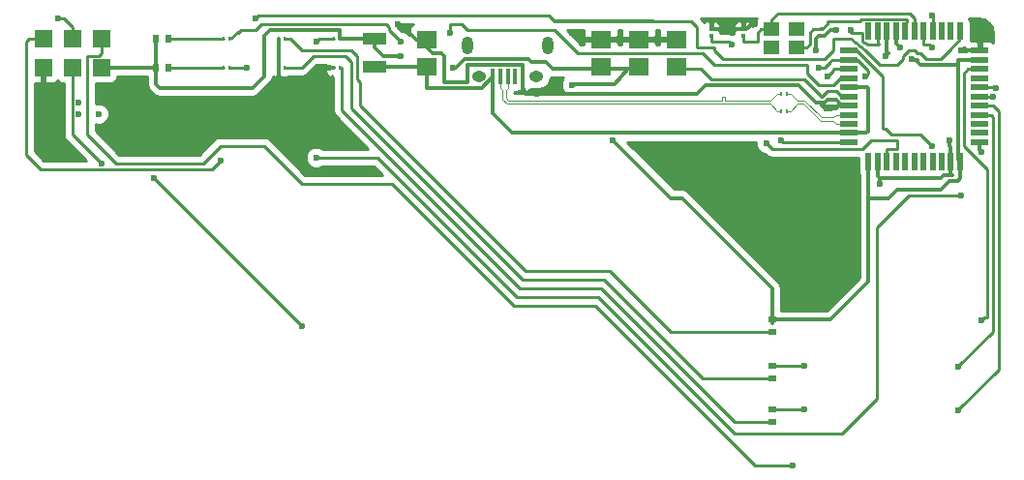
<source format=gbr>
G04 #@! TF.FileFunction,Copper,L2,Bot,Signal*
%FSLAX46Y46*%
G04 Gerber Fmt 4.6, Leading zero omitted, Abs format (unit mm)*
G04 Created by KiCad (PCBNEW 4.0.4-stable) date Friday, 03 February 2017 'AMt' 10:18:23*
%MOMM*%
%LPD*%
G01*
G04 APERTURE LIST*
%ADD10C,0.100000*%
%ADD11R,1.500000X0.550000*%
%ADD12R,0.550000X1.500000*%
%ADD13R,0.400000X1.350000*%
%ADD14O,1.250000X0.950000*%
%ADD15O,1.000000X1.550000*%
%ADD16R,0.700000X0.600000*%
%ADD17R,2.029460X1.140460*%
%ADD18R,1.400000X1.200000*%
%ADD19R,1.800000X1.550000*%
%ADD20R,0.350000X0.300000*%
%ADD21R,0.600000X0.700000*%
%ADD22R,0.280000X0.430000*%
%ADD23C,0.600000*%
%ADD24C,0.300000*%
%ADD25C,0.250000*%
%ADD26C,0.125000*%
%ADD27C,0.254000*%
G04 APERTURE END LIST*
D10*
D11*
X191912000Y-82740000D03*
X191912000Y-81940000D03*
X191912000Y-81140000D03*
X191912000Y-80340000D03*
X191912000Y-79540000D03*
X191912000Y-78740000D03*
X191912000Y-77940000D03*
X191912000Y-77140000D03*
X191912000Y-76340000D03*
X191912000Y-75540000D03*
X191912000Y-74740000D03*
D12*
X193612000Y-73040000D03*
X194412000Y-73040000D03*
X195212000Y-73040000D03*
X196012000Y-73040000D03*
X196812000Y-73040000D03*
X197612000Y-73040000D03*
X198412000Y-73040000D03*
X199212000Y-73040000D03*
X200012000Y-73040000D03*
X200812000Y-73040000D03*
X201612000Y-73040000D03*
D11*
X203312000Y-74740000D03*
X203312000Y-75540000D03*
X203312000Y-76340000D03*
X203312000Y-77140000D03*
X203312000Y-77940000D03*
X203312000Y-78740000D03*
X203312000Y-79540000D03*
X203312000Y-80340000D03*
X203312000Y-81140000D03*
X203312000Y-81940000D03*
X203312000Y-82740000D03*
D12*
X201612000Y-84440000D03*
X200812000Y-84440000D03*
X200012000Y-84440000D03*
X199212000Y-84440000D03*
X198412000Y-84440000D03*
X197612000Y-84440000D03*
X196812000Y-84440000D03*
X196012000Y-84440000D03*
X195212000Y-84440000D03*
X194412000Y-84440000D03*
X193612000Y-84440000D03*
D13*
X160751100Y-77000540D03*
X161401100Y-77000540D03*
X162051100Y-77000540D03*
X162701100Y-77000540D03*
X163351100Y-77000540D03*
D14*
X159551100Y-77000540D03*
X164551100Y-77000540D03*
D15*
X158551100Y-74300540D03*
X165551100Y-74300540D03*
D10*
G36*
X127254000Y-72898000D02*
X127254000Y-74422000D01*
X125730000Y-74422000D01*
X125730000Y-72898000D01*
X127254000Y-72898000D01*
X127254000Y-72898000D01*
G37*
G36*
X124714000Y-72898000D02*
X124714000Y-74422000D01*
X123190000Y-74422000D01*
X123190000Y-72898000D01*
X124714000Y-72898000D01*
X124714000Y-72898000D01*
G37*
G36*
X122174000Y-72898000D02*
X122174000Y-74422000D01*
X120650000Y-74422000D01*
X120650000Y-72898000D01*
X122174000Y-72898000D01*
X122174000Y-72898000D01*
G37*
G36*
X122174000Y-75438000D02*
X122174000Y-76962000D01*
X120650000Y-76962000D01*
X120650000Y-75438000D01*
X122174000Y-75438000D01*
X122174000Y-75438000D01*
G37*
G36*
X124714000Y-75438000D02*
X124714000Y-76962000D01*
X123190000Y-76962000D01*
X123190000Y-75438000D01*
X124714000Y-75438000D01*
X124714000Y-75438000D01*
G37*
G36*
X127254000Y-75438000D02*
X127254000Y-76962000D01*
X125730000Y-76962000D01*
X125730000Y-75438000D01*
X127254000Y-75438000D01*
X127254000Y-75438000D01*
G37*
D16*
X185166000Y-98256000D03*
X185166000Y-99356000D03*
X185166000Y-102320000D03*
X185166000Y-103420000D03*
X185166000Y-106130000D03*
X185166000Y-107230000D03*
D17*
X150368000Y-76133960D03*
X150368000Y-73726040D03*
D18*
X185082000Y-72860000D03*
X187282000Y-72860000D03*
X185082000Y-74460000D03*
X187282000Y-74460000D03*
D19*
X154940000Y-76105000D03*
X154940000Y-73755000D03*
X176784000Y-76105000D03*
X176784000Y-73755000D03*
D20*
X182626000Y-73427000D03*
X182626000Y-72877000D03*
X179832000Y-73427000D03*
X179832000Y-72877000D03*
X189484000Y-72877000D03*
X189484000Y-73427000D03*
D19*
X173482000Y-76105000D03*
X173482000Y-73755000D03*
X170180000Y-76105000D03*
X170180000Y-73755000D03*
D21*
X131276000Y-76200000D03*
X132376000Y-76200000D03*
X131276000Y-73660000D03*
X132376000Y-73660000D03*
D22*
X186437000Y-78486000D03*
X185927000Y-78486000D03*
X186437000Y-80010000D03*
X185927000Y-80010000D03*
X146811000Y-73660000D03*
X147321000Y-73660000D03*
X142495000Y-73660000D03*
X141985000Y-73660000D03*
X137669000Y-73660000D03*
X137159000Y-73660000D03*
X137159000Y-76200000D03*
X137669000Y-76200000D03*
X147321000Y-76200000D03*
X146811000Y-76200000D03*
X142495000Y-76200000D03*
X141985000Y-76200000D03*
D23*
X124460000Y-80264000D03*
X126238000Y-80264000D03*
X124460000Y-79248000D03*
X190246000Y-79756000D03*
X194564000Y-86360000D03*
X200660000Y-82550000D03*
X201676000Y-74676000D03*
X196342000Y-74422000D03*
X183642000Y-72390000D03*
X164592000Y-78486000D03*
X152400000Y-72390000D03*
X141732000Y-77978000D03*
X123952000Y-83820000D03*
X146304000Y-78740000D03*
X188976000Y-74676000D03*
X190754000Y-72898000D03*
X203454000Y-83566000D03*
X167640000Y-73152000D03*
X181610000Y-74168000D03*
X184658000Y-82804000D03*
X195072000Y-75184000D03*
X157226000Y-76200000D03*
X197358000Y-75438000D03*
X152654000Y-75184000D03*
X167640000Y-77724000D03*
X171196000Y-82550000D03*
X156972000Y-73152000D03*
X152654000Y-73914000D03*
X139192000Y-76200000D03*
X139954000Y-71882000D03*
X185928000Y-82550000D03*
X199136000Y-74422000D03*
X199136000Y-71628000D03*
X203454000Y-98298000D03*
X204724000Y-77978000D03*
X204470000Y-78740000D03*
X187960000Y-106130000D03*
X201422000Y-106172000D03*
X187960000Y-102320000D03*
X201422000Y-102362000D03*
X189992000Y-76962000D03*
X122682000Y-71882000D03*
X131064000Y-85852000D03*
X144018000Y-98806000D03*
X199136000Y-83058000D03*
X186944000Y-110998000D03*
X193294000Y-76962000D03*
X189230000Y-76200000D03*
X126492000Y-84582000D03*
X192024000Y-72898000D03*
X145288000Y-84074000D03*
X201676000Y-87376000D03*
X136906000Y-84328000D03*
X145288000Y-73914000D03*
D24*
X156210000Y-77978000D02*
X154940000Y-77978000D01*
X154940000Y-77978000D02*
X154940000Y-76105000D01*
X156210000Y-77978000D02*
X158496000Y-77978000D01*
X159773640Y-77978000D02*
X160751100Y-77000540D01*
X158496000Y-77978000D02*
X159773640Y-77978000D01*
X154940000Y-76105000D02*
X150396960Y-76105000D01*
X150396960Y-76105000D02*
X150368000Y-76133960D01*
X160751100Y-77000540D02*
X160743460Y-77000540D01*
X191912000Y-81940000D02*
X162458000Y-81940000D01*
X162458000Y-81940000D02*
X160751100Y-80233100D01*
X160751100Y-80233100D02*
X160751100Y-77000540D01*
X191912000Y-77940000D02*
X193510000Y-77940000D01*
X193396000Y-81940000D02*
X191912000Y-81940000D01*
X193548000Y-81788000D02*
X193396000Y-81940000D01*
X193548000Y-77978000D02*
X193548000Y-81788000D01*
X193510000Y-77940000D02*
X193548000Y-77978000D01*
X150561040Y-76327000D02*
X150368000Y-76133960D01*
X190754000Y-79756000D02*
X190246000Y-79756000D01*
X189738000Y-79248000D02*
X189992000Y-78994000D01*
X190754000Y-78994000D02*
X191300000Y-79540000D01*
X189992000Y-78994000D02*
X190754000Y-78994000D01*
X191300000Y-79540000D02*
X191912000Y-79540000D01*
X189484000Y-79248000D02*
X188976000Y-79248000D01*
X188976000Y-79248000D02*
X187452000Y-77724000D01*
X194564000Y-85852000D02*
X199898000Y-85852000D01*
X200812000Y-85496000D02*
X200812000Y-84440000D01*
X200914000Y-85598000D02*
X200812000Y-85496000D01*
X200152000Y-85598000D02*
X200914000Y-85598000D01*
X199898000Y-85852000D02*
X200152000Y-85598000D01*
X194564000Y-86360000D02*
X194564000Y-85852000D01*
X190970000Y-79540000D02*
X190754000Y-79756000D01*
X191912000Y-79540000D02*
X190970000Y-79540000D01*
X194412000Y-85700000D02*
X194412000Y-84440000D01*
X194564000Y-85852000D02*
X194412000Y-85700000D01*
X156718000Y-77470000D02*
X156464000Y-77470000D01*
X156464000Y-77470000D02*
X156464000Y-75184000D01*
X158496000Y-77470000D02*
X158496000Y-75946000D01*
X156718000Y-77470000D02*
X158496000Y-77470000D01*
X200660000Y-83058000D02*
X200660000Y-82550000D01*
X200812000Y-83210000D02*
X200812000Y-84440000D01*
X200660000Y-83058000D02*
X200812000Y-83210000D01*
X201740000Y-74740000D02*
X202374000Y-74740000D01*
X201676000Y-74676000D02*
X201740000Y-74740000D01*
X196012000Y-74092000D02*
X196012000Y-73990000D01*
X196342000Y-74422000D02*
X196012000Y-74092000D01*
X182880000Y-72856000D02*
X182922000Y-72856000D01*
X183388000Y-72390000D02*
X183642000Y-72390000D01*
X182922000Y-72856000D02*
X183388000Y-72390000D01*
X164592000Y-78486000D02*
X163576000Y-78486000D01*
X163576000Y-78486000D02*
X163351100Y-78261100D01*
X163351100Y-78261100D02*
X163351100Y-77000540D01*
X165100000Y-78486000D02*
X164592000Y-78486000D01*
X152908000Y-72898000D02*
X153162000Y-72898000D01*
X152400000Y-72390000D02*
X152908000Y-72898000D01*
X180594000Y-72877000D02*
X179832000Y-72877000D01*
X180340000Y-72877000D02*
X180594000Y-72877000D01*
X180594000Y-72877000D02*
X182626000Y-72877000D01*
X189738000Y-73406000D02*
X189505000Y-73406000D01*
X189505000Y-73406000D02*
X189484000Y-73427000D01*
X141985000Y-76200000D02*
X141985000Y-73660000D01*
X141985000Y-76200000D02*
X141985000Y-77723000D01*
X141732000Y-77976000D02*
X141732000Y-77978000D01*
X141985000Y-77723000D02*
X141732000Y-77976000D01*
X121412000Y-76200000D02*
X121412000Y-81280000D01*
X121412000Y-81280000D02*
X123952000Y-83820000D01*
X146811000Y-76200000D02*
X146304000Y-76200000D01*
X146304000Y-76200000D02*
X146050000Y-76454000D01*
X146050000Y-76454000D02*
X146050000Y-78486000D01*
X146050000Y-78486000D02*
X146304000Y-78740000D01*
X154019000Y-73755000D02*
X154940000Y-73755000D01*
X153162000Y-72898000D02*
X154019000Y-73755000D01*
X154940000Y-73755000D02*
X154940000Y-74422000D01*
X154940000Y-74422000D02*
X155448000Y-74930000D01*
X156210000Y-74930000D02*
X156464000Y-75184000D01*
X155448000Y-74930000D02*
X156210000Y-74930000D01*
X158496000Y-75946000D02*
X163322000Y-75946000D01*
X163322000Y-75946000D02*
X163351100Y-75975100D01*
X163351100Y-75975100D02*
X163351100Y-77000540D01*
X190754000Y-72898000D02*
X190246000Y-72898000D01*
X189738000Y-73406000D02*
X189251000Y-73406000D01*
X190246000Y-72898000D02*
X189738000Y-73406000D01*
X189251000Y-73406000D02*
X189230000Y-73427000D01*
X188976000Y-74676000D02*
X188976000Y-73681000D01*
X188976000Y-73681000D02*
X189230000Y-73427000D01*
X182647000Y-72856000D02*
X182880000Y-72856000D01*
X196012000Y-73990000D02*
X196012000Y-73040000D01*
X182647000Y-72856000D02*
X182626000Y-72877000D01*
X163576000Y-78486000D02*
X163322000Y-78232000D01*
X178562000Y-78486000D02*
X165100000Y-78486000D01*
X165100000Y-78486000D02*
X163576000Y-78486000D01*
X179324000Y-77724000D02*
X178562000Y-78486000D01*
X187452000Y-77724000D02*
X179324000Y-77724000D01*
X189738000Y-79248000D02*
X189484000Y-79248000D01*
X203312000Y-74740000D02*
X202374000Y-74740000D01*
X203312000Y-83424000D02*
X203312000Y-82740000D01*
X203454000Y-83566000D02*
X203312000Y-83424000D01*
X168402000Y-73152000D02*
X167640000Y-73152000D01*
X163351100Y-78202900D02*
X163351100Y-77000540D01*
X163322000Y-78232000D02*
X163351100Y-78202900D01*
D25*
X192532000Y-83312000D02*
X193040000Y-83312000D01*
X193040000Y-83312000D02*
X193802000Y-82550000D01*
X193802000Y-82550000D02*
X194818000Y-82550000D01*
X179832000Y-73427000D02*
X179832000Y-73914000D01*
X179832000Y-73914000D02*
X180594000Y-73914000D01*
X180594000Y-73914000D02*
X180594000Y-73956000D01*
X181398000Y-73956000D02*
X181610000Y-74168000D01*
X184658000Y-82804000D02*
X185166000Y-83312000D01*
X185166000Y-83312000D02*
X192532000Y-83312000D01*
X180594000Y-73956000D02*
X181398000Y-73956000D01*
X195212000Y-83312000D02*
X195212000Y-84440000D01*
X196088000Y-83312000D02*
X195212000Y-83312000D01*
X196088000Y-82550000D02*
X196088000Y-83312000D01*
X193802000Y-82550000D02*
X194818000Y-82550000D01*
X194818000Y-82550000D02*
X196088000Y-82550000D01*
D24*
X201422000Y-75540000D02*
X203312000Y-75540000D01*
X201422000Y-75692000D02*
X201422000Y-75540000D01*
X201422000Y-75946000D02*
X201422000Y-75692000D01*
X197866000Y-75540000D02*
X197866000Y-75692000D01*
X198120000Y-75946000D02*
X201422000Y-75946000D01*
X197866000Y-75692000D02*
X198120000Y-75946000D01*
X195326000Y-74930000D02*
X195072000Y-75184000D01*
X193612000Y-87630000D02*
X195326000Y-87630000D01*
X195326000Y-87630000D02*
X196088000Y-86868000D01*
X196088000Y-86868000D02*
X199898000Y-86868000D01*
X201612000Y-85916000D02*
X201612000Y-84440000D01*
X201422000Y-86106000D02*
X201612000Y-85916000D01*
X200914000Y-86106000D02*
X201422000Y-86106000D01*
X199898000Y-86868000D02*
X200660000Y-86106000D01*
X200660000Y-86106000D02*
X200914000Y-86106000D01*
X157226000Y-76200000D02*
X157480000Y-76200000D01*
X157480000Y-76200000D02*
X158242000Y-75438000D01*
X195326000Y-74930000D02*
X195212000Y-74930000D01*
X197866000Y-75540000D02*
X197460000Y-75540000D01*
X197460000Y-75540000D02*
X197358000Y-75438000D01*
X151638000Y-75184000D02*
X152654000Y-75184000D01*
X150368000Y-74422000D02*
X151130000Y-75184000D01*
X151130000Y-75184000D02*
X151638000Y-75184000D01*
X150368000Y-73726040D02*
X150368000Y-74422000D01*
X171427228Y-77704731D02*
X167659269Y-77704731D01*
X167659269Y-77704731D02*
X167640000Y-77724000D01*
X147321000Y-73660000D02*
X147828000Y-73660000D01*
X147320000Y-72898000D02*
X147320000Y-73659000D01*
X147320000Y-73659000D02*
X147321000Y-73660000D01*
X165989000Y-76327000D02*
X165354000Y-75692000D01*
X169418000Y-76327000D02*
X165989000Y-76327000D01*
X164084000Y-75692000D02*
X163830000Y-75438000D01*
X163830000Y-75438000D02*
X158242000Y-75438000D01*
X165354000Y-75692000D02*
X164084000Y-75692000D01*
X171427228Y-77704731D02*
X172593000Y-76327000D01*
X172593000Y-76327000D02*
X173482000Y-76327000D01*
X169418000Y-76327000D02*
X173482000Y-76327000D01*
X171196000Y-82550000D02*
X176276000Y-87630000D01*
X176276000Y-87630000D02*
X177292000Y-87630000D01*
X177292000Y-87630000D02*
X185166000Y-95504000D01*
X185166000Y-98552000D02*
X185166000Y-98256000D01*
X185166000Y-95504000D02*
X185166000Y-98552000D01*
X195212000Y-73040000D02*
X195212000Y-74930000D01*
X201422000Y-75946000D02*
X201422000Y-84250000D01*
X201422000Y-84250000D02*
X201612000Y-84440000D01*
X131276000Y-76200000D02*
X131276000Y-77682000D01*
X141224000Y-72898000D02*
X147320000Y-72898000D01*
X140716000Y-73406000D02*
X141224000Y-72898000D01*
X140716000Y-76962000D02*
X140716000Y-73406000D01*
X139700000Y-77978000D02*
X140716000Y-76962000D01*
X131572000Y-77978000D02*
X139700000Y-77978000D01*
X131276000Y-77682000D02*
X131572000Y-77978000D01*
X185166000Y-98256000D02*
X190288000Y-98256000D01*
X193612000Y-94932000D02*
X193612000Y-87630000D01*
X193612000Y-87630000D02*
X193612000Y-86868000D01*
X193612000Y-86868000D02*
X193612000Y-86106000D01*
X193612000Y-86106000D02*
X193612000Y-84440000D01*
X190288000Y-98256000D02*
X193612000Y-94932000D01*
X147828000Y-73660000D02*
X150301960Y-73660000D01*
X150301960Y-73660000D02*
X150368000Y-73726040D01*
X131276000Y-76200000D02*
X131276000Y-73660000D01*
X126492000Y-76200000D02*
X131276000Y-76200000D01*
D25*
X142748000Y-76200000D02*
X142495000Y-76200000D01*
X142690000Y-76200000D02*
X142748000Y-76200000D01*
X142748000Y-76200000D02*
X144018000Y-76200000D01*
X179112000Y-103420000D02*
X185166000Y-103420000D01*
X170434000Y-94742000D02*
X179112000Y-103420000D01*
X163322000Y-94742000D02*
X170434000Y-94742000D01*
X148336000Y-79756000D02*
X163322000Y-94742000D01*
X148336000Y-75692000D02*
X148336000Y-79756000D01*
X147828000Y-75184000D02*
X148336000Y-75692000D01*
X145034000Y-75184000D02*
X147828000Y-75184000D01*
X144018000Y-76200000D02*
X145034000Y-75184000D01*
X147321000Y-76200000D02*
X147516000Y-76200000D01*
X181906000Y-107230000D02*
X170180000Y-95504000D01*
X170180000Y-95504000D02*
X163068000Y-95504000D01*
X163068000Y-95504000D02*
X147516000Y-79952000D01*
X147516000Y-79952000D02*
X147516000Y-76200000D01*
X181906000Y-107230000D02*
X185166000Y-107230000D01*
D26*
X186437000Y-78486000D02*
X186759500Y-78486000D01*
X186759500Y-78486000D02*
X187369000Y-79095500D01*
X187369000Y-79095500D02*
X188023166Y-79095500D01*
X190787000Y-80340000D02*
X191912000Y-80340000D01*
X188023166Y-79095500D02*
X189515166Y-80587500D01*
X189515166Y-80587500D02*
X190539500Y-80587500D01*
X190539500Y-80587500D02*
X190787000Y-80340000D01*
X186437000Y-80010000D02*
X186759500Y-80010000D01*
X186759500Y-80010000D02*
X187369000Y-79400500D01*
X190787000Y-81140000D02*
X191912000Y-81140000D01*
X187369000Y-79400500D02*
X187896834Y-79400500D01*
X190539500Y-80892500D02*
X190787000Y-81140000D01*
X187896834Y-79400500D02*
X189388834Y-80892500D01*
X189388834Y-80892500D02*
X190539500Y-80892500D01*
D25*
X188214000Y-75946000D02*
X188214000Y-76708000D01*
X190500000Y-77724000D02*
X191084000Y-77140000D01*
X189230000Y-77724000D02*
X190500000Y-77724000D01*
X188214000Y-76708000D02*
X189230000Y-77724000D01*
X156972000Y-72390000D02*
X156972000Y-73152000D01*
X140462000Y-72390000D02*
X139954000Y-72898000D01*
X138430000Y-73152000D02*
X138430000Y-73094000D01*
X138684000Y-72898000D02*
X138430000Y-73152000D01*
X139954000Y-72898000D02*
X138684000Y-72898000D01*
X152146000Y-73406000D02*
X152654000Y-73914000D01*
X137893000Y-73631000D02*
X137698000Y-73631000D01*
X137698000Y-73631000D02*
X137669000Y-73660000D01*
X175006000Y-74930000D02*
X168148000Y-74930000D01*
X168148000Y-74930000D02*
X166116000Y-72898000D01*
X166116000Y-72898000D02*
X158496000Y-72898000D01*
X179070000Y-74930000D02*
X175006000Y-74930000D01*
X179324000Y-75184000D02*
X179070000Y-74930000D01*
X158496000Y-72898000D02*
X157988000Y-72390000D01*
X157988000Y-72390000D02*
X156972000Y-72390000D01*
X152146000Y-73406000D02*
X151638000Y-72898000D01*
X151638000Y-72898000D02*
X151638000Y-72644000D01*
X151638000Y-72644000D02*
X151384000Y-72390000D01*
X151384000Y-72390000D02*
X140462000Y-72390000D01*
X138430000Y-73094000D02*
X137893000Y-73631000D01*
X137893000Y-73631000D02*
X137864000Y-73660000D01*
X191912000Y-77140000D02*
X191084000Y-77140000D01*
X180086000Y-75946000D02*
X179324000Y-75184000D01*
X188214000Y-75946000D02*
X180086000Y-75946000D01*
X197866000Y-74930000D02*
X198120000Y-74930000D01*
X199898000Y-75438000D02*
X200406000Y-74930000D01*
X198628000Y-75438000D02*
X199898000Y-75438000D01*
X198120000Y-74930000D02*
X198628000Y-75438000D01*
X197358000Y-74676000D02*
X197612000Y-74676000D01*
X200406000Y-74930000D02*
X200660000Y-74676000D01*
X201612000Y-73724000D02*
X200660000Y-74676000D01*
X197612000Y-74676000D02*
X197866000Y-74930000D01*
X189738000Y-75438000D02*
X180848000Y-75438000D01*
X190500000Y-74676000D02*
X189738000Y-75438000D01*
X138684000Y-76200000D02*
X139192000Y-76200000D01*
X196088000Y-75946000D02*
X196342000Y-75692000D01*
X178562000Y-72644000D02*
X178054000Y-72136000D01*
X178054000Y-72136000D02*
X174752000Y-72136000D01*
X165608000Y-71628000D02*
X140208000Y-71628000D01*
X140208000Y-71628000D02*
X139954000Y-71882000D01*
X166116000Y-72136000D02*
X165608000Y-71628000D01*
D24*
X174752000Y-72136000D02*
X166116000Y-72136000D01*
D25*
X180848000Y-75438000D02*
X180086000Y-74676000D01*
X190500000Y-73660000D02*
X192024000Y-73660000D01*
X190500000Y-74676000D02*
X190500000Y-73660000D01*
X192024000Y-73660000D02*
X193294000Y-74676000D01*
X194564000Y-75946000D02*
X196088000Y-75946000D01*
X193294000Y-74676000D02*
X194564000Y-75946000D01*
X197358000Y-74676000D02*
X197104000Y-74676000D01*
X180086000Y-74422000D02*
X180086000Y-74676000D01*
X178562000Y-74422000D02*
X180086000Y-74422000D01*
X178562000Y-72644000D02*
X178562000Y-74422000D01*
X196342000Y-75692000D02*
X196596000Y-75438000D01*
X196596000Y-75438000D02*
X196596000Y-75184000D01*
X196596000Y-75184000D02*
X197104000Y-74676000D01*
X137922000Y-76200000D02*
X137669000Y-76200000D01*
X138684000Y-76200000D02*
X137922000Y-76200000D01*
X137922000Y-76200000D02*
X137864000Y-76200000D01*
X201612000Y-73040000D02*
X201612000Y-73724000D01*
X189484000Y-78740000D02*
X189738000Y-78486000D01*
X190754000Y-78232000D02*
X191262000Y-78740000D01*
X189992000Y-78232000D02*
X190754000Y-78232000D01*
X189738000Y-78486000D02*
X189992000Y-78232000D01*
X191262000Y-78740000D02*
X191912000Y-78740000D01*
X177546000Y-76327000D02*
X178943000Y-76327000D01*
X187960000Y-77216000D02*
X189484000Y-78740000D01*
X179832000Y-77216000D02*
X187960000Y-77216000D01*
X178943000Y-76327000D02*
X179832000Y-77216000D01*
X191912000Y-82740000D02*
X186118000Y-82740000D01*
X186118000Y-82740000D02*
X185928000Y-82550000D01*
X198882000Y-74168000D02*
X198374000Y-74168000D01*
X199136000Y-74422000D02*
X198882000Y-74168000D01*
X198412000Y-73040000D02*
X198412000Y-74130000D01*
X198412000Y-74130000D02*
X198374000Y-74168000D01*
X199212000Y-71704000D02*
X199136000Y-71628000D01*
X199212000Y-71704000D02*
X199212000Y-73040000D01*
X203962000Y-98044000D02*
X203708000Y-98044000D01*
X203708000Y-98044000D02*
X203454000Y-98298000D01*
X203312000Y-76340000D02*
X202298000Y-76340000D01*
X203962000Y-85090000D02*
X203962000Y-98044000D01*
X201930000Y-83058000D02*
X203962000Y-85090000D01*
X201930000Y-76708000D02*
X201930000Y-83058000D01*
X202298000Y-76340000D02*
X201930000Y-76708000D01*
X204686000Y-77940000D02*
X203312000Y-77940000D01*
X204724000Y-77978000D02*
X204686000Y-77940000D01*
X204470000Y-78740000D02*
X203312000Y-78740000D01*
X201422000Y-106130000D02*
X201422000Y-106172000D01*
X201422000Y-106130000D02*
X201464000Y-106130000D01*
X201464000Y-106130000D02*
X204978000Y-102616000D01*
X204508000Y-79540000D02*
X203312000Y-79540000D01*
X204978000Y-80010000D02*
X204508000Y-79540000D01*
X204978000Y-102616000D02*
X204978000Y-80010000D01*
X185166000Y-106130000D02*
X187960000Y-106130000D01*
X203350000Y-79502000D02*
X203312000Y-79540000D01*
X201464000Y-102320000D02*
X201422000Y-102320000D01*
X201422000Y-102362000D02*
X201422000Y-102320000D01*
X185166000Y-102320000D02*
X187960000Y-102320000D01*
X204292000Y-80340000D02*
X203312000Y-80340000D01*
X204470000Y-80518000D02*
X204292000Y-80340000D01*
X204470000Y-99314000D02*
X204470000Y-80518000D01*
X201464000Y-102320000D02*
X204470000Y-99314000D01*
X143002000Y-73660000D02*
X142495000Y-73660000D01*
X185166000Y-99356000D02*
X176318000Y-99356000D01*
X143002000Y-73660000D02*
X142690000Y-73660000D01*
X144018000Y-74676000D02*
X143002000Y-73660000D01*
X148336000Y-74676000D02*
X144018000Y-74676000D01*
X148844000Y-75184000D02*
X148336000Y-74676000D01*
X148844000Y-77216000D02*
X148844000Y-75184000D01*
X149098000Y-77470000D02*
X148844000Y-77216000D01*
X149098000Y-79502000D02*
X149098000Y-77470000D01*
X163576000Y-93980000D02*
X149098000Y-79502000D01*
X163830000Y-93980000D02*
X163576000Y-93980000D01*
X170942000Y-93980000D02*
X163830000Y-93980000D01*
X176318000Y-99356000D02*
X170942000Y-93980000D01*
X132376000Y-76200000D02*
X137159000Y-76200000D01*
X132842000Y-76200000D02*
X132376000Y-76200000D01*
X132842000Y-76200000D02*
X136964000Y-76200000D01*
X132376000Y-73660000D02*
X137159000Y-73660000D01*
X133096000Y-73660000D02*
X132376000Y-73660000D01*
X133096000Y-73660000D02*
X136964000Y-73660000D01*
X190500000Y-76340000D02*
X190500000Y-76454000D01*
X190500000Y-76454000D02*
X189992000Y-76962000D01*
X123190000Y-71882000D02*
X123952000Y-72644000D01*
X122682000Y-71882000D02*
X123190000Y-71882000D01*
X131064000Y-85852000D02*
X144018000Y-98806000D01*
X123952000Y-72644000D02*
X123952000Y-73660000D01*
X191912000Y-76340000D02*
X190500000Y-76340000D01*
X194818000Y-81534000D02*
X195072000Y-81534000D01*
X194564000Y-76708000D02*
X192596000Y-74740000D01*
X194818000Y-76962000D02*
X194564000Y-76708000D01*
X194818000Y-81534000D02*
X194818000Y-76962000D01*
X195072000Y-81534000D02*
X195580000Y-82042000D01*
X195580000Y-82042000D02*
X198120000Y-82042000D01*
X198120000Y-82042000D02*
X199136000Y-83058000D01*
X126492000Y-73660000D02*
X126492000Y-74930000D01*
X125222000Y-75184000D02*
X125222000Y-75692000D01*
X126238000Y-75184000D02*
X125222000Y-75184000D01*
X126492000Y-74930000D02*
X126238000Y-75184000D01*
X183642000Y-110998000D02*
X186944000Y-110998000D01*
X169672000Y-97028000D02*
X183642000Y-110998000D01*
X162560000Y-97028000D02*
X169672000Y-97028000D01*
X151892000Y-86360000D02*
X162560000Y-97028000D01*
X144018000Y-86360000D02*
X151892000Y-86360000D01*
X140716000Y-83058000D02*
X144018000Y-86360000D01*
X136906000Y-83058000D02*
X140716000Y-83058000D01*
X135382000Y-84582000D02*
X136906000Y-83058000D01*
X127762000Y-84582000D02*
X135382000Y-84582000D01*
X125222000Y-82042000D02*
X127762000Y-84582000D01*
X125222000Y-75692000D02*
X125222000Y-82042000D01*
X191912000Y-74740000D02*
X192596000Y-74740000D01*
X193548000Y-76708000D02*
X193548000Y-76454000D01*
X193294000Y-76962000D02*
X193548000Y-76708000D01*
X189230000Y-76200000D02*
X189738000Y-76200000D01*
X189738000Y-76200000D02*
X190246000Y-75692000D01*
X191912000Y-75540000D02*
X190398000Y-75540000D01*
X190398000Y-75540000D02*
X190246000Y-75692000D01*
X123952000Y-78232000D02*
X123952000Y-82042000D01*
X123952000Y-82042000D02*
X126492000Y-84582000D01*
X191912000Y-75540000D02*
X192634000Y-75540000D01*
X192634000Y-75540000D02*
X193548000Y-76454000D01*
X123952000Y-78232000D02*
X123952000Y-76200000D01*
X192024000Y-73152000D02*
X193040000Y-73152000D01*
X192024000Y-72898000D02*
X192024000Y-73152000D01*
X193040000Y-73152000D02*
X193040000Y-73406000D01*
X146558000Y-73660000D02*
X146811000Y-73660000D01*
X194514000Y-74168000D02*
X194412000Y-74066000D01*
X193548000Y-74168000D02*
X194514000Y-74168000D01*
X193040000Y-73914000D02*
X193548000Y-74168000D01*
X193040000Y-73152000D02*
X193040000Y-73406000D01*
X193040000Y-73406000D02*
X193040000Y-73914000D01*
X194412000Y-74066000D02*
X194412000Y-73040000D01*
X145288000Y-84074000D02*
X150622000Y-84074000D01*
X150622000Y-84074000D02*
X162814000Y-96266000D01*
X162814000Y-96266000D02*
X169926000Y-96266000D01*
X169926000Y-96266000D02*
X181864000Y-108204000D01*
X181864000Y-108204000D02*
X191262000Y-108204000D01*
X191262000Y-108204000D02*
X194310000Y-105156000D01*
X194310000Y-105156000D02*
X194310000Y-90170000D01*
X194310000Y-90170000D02*
X197104000Y-87376000D01*
X197104000Y-87376000D02*
X201676000Y-87376000D01*
X194412000Y-73914000D02*
X194412000Y-74066000D01*
X194412000Y-73914000D02*
X194412000Y-73040000D01*
X121412000Y-73660000D02*
X120142000Y-73660000D01*
X120142000Y-73660000D02*
X119888000Y-73914000D01*
X119888000Y-73914000D02*
X119888000Y-83820000D01*
X119888000Y-83820000D02*
X121158000Y-85090000D01*
X121158000Y-85090000D02*
X136144000Y-85090000D01*
X136144000Y-85090000D02*
X136906000Y-84328000D01*
X145542000Y-73660000D02*
X146558000Y-73660000D01*
X146558000Y-73660000D02*
X146616000Y-73660000D01*
X145288000Y-73914000D02*
X145542000Y-73660000D01*
X196949535Y-72021624D02*
X196812000Y-73040000D01*
X196987535Y-71983624D02*
X196949535Y-72021624D01*
X192786000Y-72136000D02*
X192836800Y-72136000D01*
X192836800Y-72136000D02*
X192989200Y-71983600D01*
X189992000Y-72390000D02*
X189992000Y-72136000D01*
X189992000Y-72136000D02*
X192786000Y-72136000D01*
X192989200Y-71983600D02*
X196987535Y-71983624D01*
X189526000Y-72856000D02*
X189992000Y-72390000D01*
X188468000Y-73152000D02*
X188764000Y-72856000D01*
X188764000Y-72856000D02*
X189209000Y-72856000D01*
X189209000Y-72856000D02*
X189230000Y-72877000D01*
X189484000Y-72856000D02*
X188764000Y-72856000D01*
X189484000Y-72856000D02*
X189526000Y-72856000D01*
X188176000Y-74460000D02*
X187282000Y-74460000D01*
X188468000Y-74168000D02*
X188176000Y-74460000D01*
X188468000Y-73152000D02*
X188468000Y-74168000D01*
X182880000Y-73956000D02*
X182668000Y-73956000D01*
X183854000Y-73956000D02*
X183896000Y-73914000D01*
X183896000Y-73914000D02*
X183896000Y-73152000D01*
X183896000Y-73152000D02*
X184188000Y-72860000D01*
X185082000Y-72860000D02*
X184188000Y-72860000D01*
X182880000Y-73956000D02*
X183854000Y-73956000D01*
X182626000Y-73914000D02*
X182626000Y-73427000D01*
X182668000Y-73956000D02*
X182626000Y-73914000D01*
X185082000Y-72860000D02*
X185082000Y-71966000D01*
X197612000Y-71882000D02*
X197612000Y-73040000D01*
X197228349Y-71502343D02*
X197612000Y-71882000D01*
X185674006Y-71501790D02*
X197228349Y-71502343D01*
X185082000Y-71966000D02*
X185674006Y-71501790D01*
D26*
X161401100Y-77000540D02*
X161401100Y-78013040D01*
X161401100Y-78013040D02*
X161573600Y-78185540D01*
X184995000Y-79400500D02*
X185604500Y-80010000D01*
X161573600Y-78185540D02*
X161573600Y-78985266D01*
X161573600Y-78985266D02*
X161988834Y-79400500D01*
X161988834Y-79400500D02*
X184995000Y-79400500D01*
X185604500Y-80010000D02*
X185927000Y-80010000D01*
X180800746Y-79056626D02*
X180797048Y-79067194D01*
X180820825Y-78810502D02*
X180812908Y-78818419D01*
X180852000Y-78799594D02*
X180840873Y-78800847D01*
X185927000Y-78486000D02*
X185604500Y-78486000D01*
X184995000Y-79095500D02*
X181102000Y-79095500D01*
X181090873Y-79094246D02*
X181080305Y-79090548D01*
X181041091Y-78818419D02*
X181033174Y-78810502D01*
X181033174Y-78810502D02*
X181023694Y-78804545D01*
X185604500Y-78486000D02*
X184995000Y-79095500D01*
X180802000Y-78849594D02*
X180802000Y-79045500D01*
X180806951Y-78827899D02*
X180803253Y-78838467D01*
X180773694Y-79090548D02*
X180763126Y-79094246D01*
X162051100Y-78013040D02*
X162051100Y-77000540D01*
X180791091Y-79076674D02*
X180783174Y-79084591D01*
X180840873Y-78800847D02*
X180830305Y-78804545D01*
X181053253Y-79056626D02*
X181052000Y-79045500D01*
X181102000Y-79095500D02*
X181090873Y-79094246D01*
X181080305Y-79090548D02*
X181070825Y-79084591D01*
X180797048Y-79067194D02*
X180791091Y-79076674D01*
X180812908Y-78818419D02*
X180806951Y-78827899D01*
X181023694Y-78804545D02*
X181013126Y-78800847D01*
X181056951Y-79067194D02*
X181053253Y-79056626D01*
X161878600Y-78185540D02*
X162051100Y-78013040D01*
X181052000Y-78849594D02*
X181050746Y-78838467D01*
X181070825Y-79084591D02*
X181062908Y-79076674D01*
X181062908Y-79076674D02*
X181056951Y-79067194D01*
X181052000Y-79045500D02*
X181052000Y-78849594D01*
X180783174Y-79084591D02*
X180773694Y-79090548D01*
X181050746Y-78838467D02*
X181047048Y-78827899D01*
X181047048Y-78827899D02*
X181041091Y-78818419D01*
X181013126Y-78800847D02*
X181002000Y-78799594D01*
X181002000Y-78799594D02*
X180852000Y-78799594D01*
X180830305Y-78804545D02*
X180820825Y-78810502D01*
X180803253Y-78838467D02*
X180802000Y-78849594D01*
X180802000Y-79045500D02*
X180800746Y-79056626D01*
X180763126Y-79094246D02*
X180752000Y-79095500D01*
X180752000Y-79095500D02*
X162115166Y-79095500D01*
X162115166Y-79095500D02*
X161878600Y-78858934D01*
X161878600Y-78858934D02*
X161878600Y-78185540D01*
D27*
G36*
X183722838Y-82989167D02*
X183864883Y-83332943D01*
X184127673Y-83596192D01*
X184471201Y-83738838D01*
X184518077Y-83738879D01*
X184628599Y-83849401D01*
X184875161Y-84014148D01*
X185166000Y-84072000D01*
X192689560Y-84072000D01*
X192689560Y-85190000D01*
X192733838Y-85425317D01*
X192827000Y-85570095D01*
X192827000Y-94606842D01*
X189962842Y-97471000D01*
X185951000Y-97471000D01*
X185951000Y-95504005D01*
X185951001Y-95504000D01*
X185891245Y-95203594D01*
X185721079Y-94948921D01*
X177847079Y-87074921D01*
X177592407Y-86904755D01*
X177292000Y-86845000D01*
X176601158Y-86845000D01*
X172481158Y-82725000D01*
X183723068Y-82725000D01*
X183722838Y-82989167D01*
X183722838Y-82989167D01*
G37*
X183722838Y-82989167D02*
X183864883Y-83332943D01*
X184127673Y-83596192D01*
X184471201Y-83738838D01*
X184518077Y-83738879D01*
X184628599Y-83849401D01*
X184875161Y-84014148D01*
X185166000Y-84072000D01*
X192689560Y-84072000D01*
X192689560Y-85190000D01*
X192733838Y-85425317D01*
X192827000Y-85570095D01*
X192827000Y-94606842D01*
X189962842Y-97471000D01*
X185951000Y-97471000D01*
X185951000Y-95504005D01*
X185951001Y-95504000D01*
X185891245Y-95203594D01*
X185721079Y-94948921D01*
X177847079Y-87074921D01*
X177592407Y-86904755D01*
X177292000Y-86845000D01*
X176601158Y-86845000D01*
X172481158Y-82725000D01*
X183723068Y-82725000D01*
X183722838Y-82989167D01*
G36*
X146194750Y-76092500D02*
X146533560Y-76092500D01*
X146533560Y-76307500D01*
X146194750Y-76307500D01*
X146036000Y-76466250D01*
X146036000Y-76541310D01*
X146132673Y-76774699D01*
X146311302Y-76953327D01*
X146544691Y-77050000D01*
X146582250Y-77050000D01*
X146683998Y-76948252D01*
X146683998Y-77050000D01*
X146756000Y-77050000D01*
X146756000Y-79952000D01*
X146813852Y-80242839D01*
X146978599Y-80489401D01*
X149803198Y-83314000D01*
X145850463Y-83314000D01*
X145818327Y-83281808D01*
X145474799Y-83139162D01*
X145102833Y-83138838D01*
X144759057Y-83280883D01*
X144495808Y-83543673D01*
X144353162Y-83887201D01*
X144352838Y-84259167D01*
X144494883Y-84602943D01*
X144757673Y-84866192D01*
X145101201Y-85008838D01*
X145473167Y-85009162D01*
X145816943Y-84867117D01*
X145850118Y-84834000D01*
X150307198Y-84834000D01*
X151073198Y-85600000D01*
X144332802Y-85600000D01*
X141253401Y-82520599D01*
X141006839Y-82355852D01*
X140716000Y-82298000D01*
X136906000Y-82298000D01*
X136679375Y-82343079D01*
X136615160Y-82355852D01*
X136368599Y-82520599D01*
X135067198Y-83822000D01*
X128076802Y-83822000D01*
X125982000Y-81727198D01*
X125982000Y-81170103D01*
X126051201Y-81198838D01*
X126423167Y-81199162D01*
X126766943Y-81057117D01*
X127030192Y-80794327D01*
X127172838Y-80450799D01*
X127173162Y-80078833D01*
X127031117Y-79735057D01*
X126768327Y-79471808D01*
X126424799Y-79329162D01*
X126052833Y-79328838D01*
X125982000Y-79358106D01*
X125982000Y-77609440D01*
X127254000Y-77609440D01*
X127489317Y-77565162D01*
X127705441Y-77426090D01*
X127850431Y-77213890D01*
X127896782Y-76985000D01*
X130491000Y-76985000D01*
X130491000Y-77682000D01*
X130550755Y-77982407D01*
X130720921Y-78237079D01*
X131016921Y-78533079D01*
X131271593Y-78703245D01*
X131572000Y-78763000D01*
X139700000Y-78763000D01*
X140000407Y-78703245D01*
X140255079Y-78533079D01*
X141271079Y-77517079D01*
X141441245Y-77262407D01*
X141501000Y-76962000D01*
X141501000Y-76959829D01*
X141718691Y-77050000D01*
X141756250Y-77050000D01*
X141915000Y-76891250D01*
X141915000Y-76882901D01*
X142103110Y-77011431D01*
X142193482Y-77029732D01*
X142213750Y-77050000D01*
X142251309Y-77050000D01*
X142265186Y-77044252D01*
X142355000Y-77062440D01*
X142635000Y-77062440D01*
X142870317Y-77018162D01*
X142960703Y-76960000D01*
X144018000Y-76960000D01*
X144308839Y-76902148D01*
X144555401Y-76737401D01*
X145348802Y-75944000D01*
X146046250Y-75944000D01*
X146194750Y-76092500D01*
X146194750Y-76092500D01*
G37*
X146194750Y-76092500D02*
X146533560Y-76092500D01*
X146533560Y-76307500D01*
X146194750Y-76307500D01*
X146036000Y-76466250D01*
X146036000Y-76541310D01*
X146132673Y-76774699D01*
X146311302Y-76953327D01*
X146544691Y-77050000D01*
X146582250Y-77050000D01*
X146683998Y-76948252D01*
X146683998Y-77050000D01*
X146756000Y-77050000D01*
X146756000Y-79952000D01*
X146813852Y-80242839D01*
X146978599Y-80489401D01*
X149803198Y-83314000D01*
X145850463Y-83314000D01*
X145818327Y-83281808D01*
X145474799Y-83139162D01*
X145102833Y-83138838D01*
X144759057Y-83280883D01*
X144495808Y-83543673D01*
X144353162Y-83887201D01*
X144352838Y-84259167D01*
X144494883Y-84602943D01*
X144757673Y-84866192D01*
X145101201Y-85008838D01*
X145473167Y-85009162D01*
X145816943Y-84867117D01*
X145850118Y-84834000D01*
X150307198Y-84834000D01*
X151073198Y-85600000D01*
X144332802Y-85600000D01*
X141253401Y-82520599D01*
X141006839Y-82355852D01*
X140716000Y-82298000D01*
X136906000Y-82298000D01*
X136679375Y-82343079D01*
X136615160Y-82355852D01*
X136368599Y-82520599D01*
X135067198Y-83822000D01*
X128076802Y-83822000D01*
X125982000Y-81727198D01*
X125982000Y-81170103D01*
X126051201Y-81198838D01*
X126423167Y-81199162D01*
X126766943Y-81057117D01*
X127030192Y-80794327D01*
X127172838Y-80450799D01*
X127173162Y-80078833D01*
X127031117Y-79735057D01*
X126768327Y-79471808D01*
X126424799Y-79329162D01*
X126052833Y-79328838D01*
X125982000Y-79358106D01*
X125982000Y-77609440D01*
X127254000Y-77609440D01*
X127489317Y-77565162D01*
X127705441Y-77426090D01*
X127850431Y-77213890D01*
X127896782Y-76985000D01*
X130491000Y-76985000D01*
X130491000Y-77682000D01*
X130550755Y-77982407D01*
X130720921Y-78237079D01*
X131016921Y-78533079D01*
X131271593Y-78703245D01*
X131572000Y-78763000D01*
X139700000Y-78763000D01*
X140000407Y-78703245D01*
X140255079Y-78533079D01*
X141271079Y-77517079D01*
X141441245Y-77262407D01*
X141501000Y-76962000D01*
X141501000Y-76959829D01*
X141718691Y-77050000D01*
X141756250Y-77050000D01*
X141915000Y-76891250D01*
X141915000Y-76882901D01*
X142103110Y-77011431D01*
X142193482Y-77029732D01*
X142213750Y-77050000D01*
X142251309Y-77050000D01*
X142265186Y-77044252D01*
X142355000Y-77062440D01*
X142635000Y-77062440D01*
X142870317Y-77018162D01*
X142960703Y-76960000D01*
X144018000Y-76960000D01*
X144308839Y-76902148D01*
X144555401Y-76737401D01*
X145348802Y-75944000D01*
X146046250Y-75944000D01*
X146194750Y-76092500D01*
G36*
X121539000Y-76073000D02*
X121559000Y-76073000D01*
X121559000Y-76327000D01*
X121539000Y-76327000D01*
X121539000Y-77609440D01*
X122174000Y-77609440D01*
X122409317Y-77565162D01*
X122625441Y-77426090D01*
X122681374Y-77344230D01*
X122725910Y-77413441D01*
X122938110Y-77558431D01*
X123190000Y-77609440D01*
X123192000Y-77609440D01*
X123192000Y-82042000D01*
X123249852Y-82332839D01*
X123414599Y-82579401D01*
X125165198Y-84330000D01*
X121472802Y-84330000D01*
X120648000Y-83505198D01*
X120648000Y-77609035D01*
X120650000Y-77609440D01*
X121285000Y-77609440D01*
X121285000Y-76327000D01*
X121265000Y-76327000D01*
X121265000Y-76073000D01*
X121285000Y-76073000D01*
X121285000Y-76053000D01*
X121539000Y-76053000D01*
X121539000Y-76073000D01*
X121539000Y-76073000D01*
G37*
X121539000Y-76073000D02*
X121559000Y-76073000D01*
X121559000Y-76327000D01*
X121539000Y-76327000D01*
X121539000Y-77609440D01*
X122174000Y-77609440D01*
X122409317Y-77565162D01*
X122625441Y-77426090D01*
X122681374Y-77344230D01*
X122725910Y-77413441D01*
X122938110Y-77558431D01*
X123190000Y-77609440D01*
X123192000Y-77609440D01*
X123192000Y-82042000D01*
X123249852Y-82332839D01*
X123414599Y-82579401D01*
X125165198Y-84330000D01*
X121472802Y-84330000D01*
X120648000Y-83505198D01*
X120648000Y-77609035D01*
X120650000Y-77609440D01*
X121285000Y-77609440D01*
X121285000Y-76327000D01*
X121265000Y-76327000D01*
X121265000Y-76073000D01*
X121285000Y-76073000D01*
X121285000Y-76053000D01*
X121539000Y-76053000D01*
X121539000Y-76073000D01*
G36*
X189484000Y-79500000D02*
X190747025Y-79500000D01*
X190805397Y-79539884D01*
X190710559Y-79600910D01*
X190665649Y-79666638D01*
X190520078Y-79695594D01*
X190325286Y-79825750D01*
X190293793Y-79846793D01*
X190250586Y-79890000D01*
X189804080Y-79890000D01*
X189396718Y-79482638D01*
X189484000Y-79500000D01*
X189484000Y-79500000D01*
G37*
X189484000Y-79500000D02*
X190747025Y-79500000D01*
X190805397Y-79539884D01*
X190710559Y-79600910D01*
X190665649Y-79666638D01*
X190520078Y-79695594D01*
X190325286Y-79825750D01*
X190293793Y-79846793D01*
X190250586Y-79890000D01*
X189804080Y-79890000D01*
X189396718Y-79482638D01*
X189484000Y-79500000D01*
G36*
X165989000Y-77112001D02*
X165989005Y-77112000D01*
X166929624Y-77112000D01*
X166847808Y-77193673D01*
X166705162Y-77537201D01*
X166704838Y-77909167D01*
X166846883Y-78252943D01*
X166991687Y-78398000D01*
X162616635Y-78398000D01*
X162666762Y-78322980D01*
X162901100Y-78322980D01*
X163006805Y-78303090D01*
X163024790Y-78310540D01*
X163092350Y-78310540D01*
X163121354Y-78281536D01*
X163136417Y-78278702D01*
X163352541Y-78139630D01*
X163451100Y-77995384D01*
X163451100Y-78151790D01*
X163609850Y-78310540D01*
X163677410Y-78310540D01*
X163910799Y-78213867D01*
X164074233Y-78050432D01*
X164376415Y-78110540D01*
X164725785Y-78110540D01*
X165150564Y-78026046D01*
X165510674Y-77785429D01*
X165751291Y-77425319D01*
X165820289Y-77078442D01*
X165989000Y-77112001D01*
X165989000Y-77112001D01*
G37*
X165989000Y-77112001D02*
X165989005Y-77112000D01*
X166929624Y-77112000D01*
X166847808Y-77193673D01*
X166705162Y-77537201D01*
X166704838Y-77909167D01*
X166846883Y-78252943D01*
X166991687Y-78398000D01*
X162616635Y-78398000D01*
X162666762Y-78322980D01*
X162901100Y-78322980D01*
X163006805Y-78303090D01*
X163024790Y-78310540D01*
X163092350Y-78310540D01*
X163121354Y-78281536D01*
X163136417Y-78278702D01*
X163352541Y-78139630D01*
X163451100Y-77995384D01*
X163451100Y-78151790D01*
X163609850Y-78310540D01*
X163677410Y-78310540D01*
X163910799Y-78213867D01*
X164074233Y-78050432D01*
X164376415Y-78110540D01*
X164725785Y-78110540D01*
X165150564Y-78026046D01*
X165510674Y-77785429D01*
X165751291Y-77425319D01*
X165820289Y-77078442D01*
X165989000Y-77112001D01*
G36*
X203733338Y-72020046D02*
X204147333Y-72296669D01*
X204423953Y-72710660D01*
X204535000Y-73268931D01*
X204535000Y-74039974D01*
X204421698Y-73926673D01*
X204188309Y-73830000D01*
X203597750Y-73830000D01*
X203439000Y-73988750D01*
X203439000Y-74613000D01*
X203459000Y-74613000D01*
X203459000Y-74617560D01*
X202562000Y-74617560D01*
X202326683Y-74661838D01*
X202181905Y-74755000D01*
X201655802Y-74755000D01*
X201941776Y-74469026D01*
X202085750Y-74613000D01*
X203185000Y-74613000D01*
X203185000Y-73988750D01*
X203026250Y-73830000D01*
X202526340Y-73830000D01*
X202534440Y-73790000D01*
X202534440Y-72290000D01*
X202490162Y-72054683D01*
X202396418Y-71909000D01*
X203175069Y-71909000D01*
X203733338Y-72020046D01*
X203733338Y-72020046D01*
G37*
X203733338Y-72020046D02*
X204147333Y-72296669D01*
X204423953Y-72710660D01*
X204535000Y-73268931D01*
X204535000Y-74039974D01*
X204421698Y-73926673D01*
X204188309Y-73830000D01*
X203597750Y-73830000D01*
X203439000Y-73988750D01*
X203439000Y-74613000D01*
X203459000Y-74613000D01*
X203459000Y-74617560D01*
X202562000Y-74617560D01*
X202326683Y-74661838D01*
X202181905Y-74755000D01*
X201655802Y-74755000D01*
X201941776Y-74469026D01*
X202085750Y-74613000D01*
X203185000Y-74613000D01*
X203185000Y-73988750D01*
X203026250Y-73830000D01*
X202526340Y-73830000D01*
X202534440Y-73790000D01*
X202534440Y-72290000D01*
X202490162Y-72054683D01*
X202396418Y-71909000D01*
X203175069Y-71909000D01*
X203733338Y-72020046D01*
G36*
X175249000Y-73469250D02*
X175407750Y-73628000D01*
X176657000Y-73628000D01*
X176657000Y-73608000D01*
X176911000Y-73608000D01*
X176911000Y-73628000D01*
X176931000Y-73628000D01*
X176931000Y-73882000D01*
X176911000Y-73882000D01*
X176911000Y-73902000D01*
X176657000Y-73902000D01*
X176657000Y-73882000D01*
X175407750Y-73882000D01*
X175249000Y-74040750D01*
X175249000Y-74170000D01*
X175017000Y-74170000D01*
X175017000Y-74040750D01*
X174858250Y-73882000D01*
X173609000Y-73882000D01*
X173609000Y-73902000D01*
X173355000Y-73902000D01*
X173355000Y-73882000D01*
X172105750Y-73882000D01*
X171947000Y-74040750D01*
X171947000Y-74170000D01*
X171715000Y-74170000D01*
X171715000Y-74040750D01*
X171556250Y-73882000D01*
X170307000Y-73882000D01*
X170307000Y-73902000D01*
X170053000Y-73902000D01*
X170053000Y-73882000D01*
X168803750Y-73882000D01*
X168645000Y-74040750D01*
X168645000Y-74170000D01*
X168462802Y-74170000D01*
X167213802Y-72921000D01*
X168645000Y-72921000D01*
X168645000Y-73469250D01*
X168803750Y-73628000D01*
X170053000Y-73628000D01*
X170053000Y-73608000D01*
X170307000Y-73608000D01*
X170307000Y-73628000D01*
X171556250Y-73628000D01*
X171715000Y-73469250D01*
X171715000Y-72921000D01*
X171947000Y-72921000D01*
X171947000Y-73469250D01*
X172105750Y-73628000D01*
X173355000Y-73628000D01*
X173355000Y-73608000D01*
X173609000Y-73608000D01*
X173609000Y-73628000D01*
X174858250Y-73628000D01*
X175017000Y-73469250D01*
X175017000Y-72896000D01*
X175249000Y-72896000D01*
X175249000Y-73469250D01*
X175249000Y-73469250D01*
G37*
X175249000Y-73469250D02*
X175407750Y-73628000D01*
X176657000Y-73628000D01*
X176657000Y-73608000D01*
X176911000Y-73608000D01*
X176911000Y-73628000D01*
X176931000Y-73628000D01*
X176931000Y-73882000D01*
X176911000Y-73882000D01*
X176911000Y-73902000D01*
X176657000Y-73902000D01*
X176657000Y-73882000D01*
X175407750Y-73882000D01*
X175249000Y-74040750D01*
X175249000Y-74170000D01*
X175017000Y-74170000D01*
X175017000Y-74040750D01*
X174858250Y-73882000D01*
X173609000Y-73882000D01*
X173609000Y-73902000D01*
X173355000Y-73902000D01*
X173355000Y-73882000D01*
X172105750Y-73882000D01*
X171947000Y-74040750D01*
X171947000Y-74170000D01*
X171715000Y-74170000D01*
X171715000Y-74040750D01*
X171556250Y-73882000D01*
X170307000Y-73882000D01*
X170307000Y-73902000D01*
X170053000Y-73902000D01*
X170053000Y-73882000D01*
X168803750Y-73882000D01*
X168645000Y-74040750D01*
X168645000Y-74170000D01*
X168462802Y-74170000D01*
X167213802Y-72921000D01*
X168645000Y-72921000D01*
X168645000Y-73469250D01*
X168803750Y-73628000D01*
X170053000Y-73628000D01*
X170053000Y-73608000D01*
X170307000Y-73608000D01*
X170307000Y-73628000D01*
X171556250Y-73628000D01*
X171715000Y-73469250D01*
X171715000Y-72921000D01*
X171947000Y-72921000D01*
X171947000Y-73469250D01*
X172105750Y-73628000D01*
X173355000Y-73628000D01*
X173355000Y-73608000D01*
X173609000Y-73608000D01*
X173609000Y-73628000D01*
X174858250Y-73628000D01*
X175017000Y-73469250D01*
X175017000Y-72896000D01*
X175249000Y-72896000D01*
X175249000Y-73469250D01*
G36*
X155067000Y-73628000D02*
X155087000Y-73628000D01*
X155087000Y-73882000D01*
X155067000Y-73882000D01*
X155067000Y-73902000D01*
X154813000Y-73902000D01*
X154813000Y-73882000D01*
X154793000Y-73882000D01*
X154793000Y-73628000D01*
X154813000Y-73628000D01*
X154813000Y-73608000D01*
X155067000Y-73608000D01*
X155067000Y-73628000D01*
X155067000Y-73628000D01*
G37*
X155067000Y-73628000D02*
X155087000Y-73628000D01*
X155087000Y-73882000D01*
X155067000Y-73882000D01*
X155067000Y-73902000D01*
X154813000Y-73902000D01*
X154813000Y-73882000D01*
X154793000Y-73882000D01*
X154793000Y-73628000D01*
X154813000Y-73628000D01*
X154813000Y-73608000D01*
X155067000Y-73608000D01*
X155067000Y-73628000D01*
G36*
X153680301Y-72441673D02*
X153501673Y-72620302D01*
X153405000Y-72853691D01*
X153405000Y-73342866D01*
X153184327Y-73121808D01*
X152840799Y-72979162D01*
X152793923Y-72979121D01*
X152382903Y-72568101D01*
X152347078Y-72388000D01*
X153809879Y-72388000D01*
X153680301Y-72441673D01*
X153680301Y-72441673D01*
G37*
X153680301Y-72441673D02*
X153501673Y-72620302D01*
X153405000Y-72853691D01*
X153405000Y-73342866D01*
X153184327Y-73121808D01*
X152840799Y-72979162D01*
X152793923Y-72979121D01*
X152382903Y-72568101D01*
X152347078Y-72388000D01*
X153809879Y-72388000D01*
X153680301Y-72441673D01*
G36*
X183785569Y-72008110D02*
X183734560Y-72260000D01*
X183734560Y-72266498D01*
X183650599Y-72322599D01*
X183417403Y-72555795D01*
X183339327Y-72367302D01*
X183160699Y-72188673D01*
X182927310Y-72092000D01*
X182872250Y-72092000D01*
X182713500Y-72250750D01*
X182713500Y-72629560D01*
X182538500Y-72629560D01*
X182538500Y-72250750D01*
X182379750Y-72092000D01*
X182324690Y-72092000D01*
X182091301Y-72188673D01*
X181912673Y-72367302D01*
X181816000Y-72600691D01*
X181816000Y-72643250D01*
X181974750Y-72802000D01*
X182016514Y-72802000D01*
X181999559Y-72812910D01*
X181854569Y-73025110D01*
X181842616Y-73084134D01*
X181816000Y-73110750D01*
X181816000Y-73153309D01*
X181824468Y-73173753D01*
X181811224Y-73239152D01*
X181796799Y-73233162D01*
X181583892Y-73232977D01*
X181398000Y-73196000D01*
X180805146Y-73196000D01*
X180638082Y-73162768D01*
X180642000Y-73153309D01*
X180642000Y-73110750D01*
X180618791Y-73087541D01*
X180610162Y-73041683D01*
X180471090Y-72825559D01*
X180436610Y-72802000D01*
X180483250Y-72802000D01*
X180642000Y-72643250D01*
X180642000Y-72600691D01*
X180545327Y-72367302D01*
X180366699Y-72188673D01*
X180133310Y-72092000D01*
X180078250Y-72092000D01*
X179919500Y-72250750D01*
X179919500Y-72629560D01*
X179744500Y-72629560D01*
X179744500Y-72250750D01*
X179585750Y-72092000D01*
X179530690Y-72092000D01*
X179297301Y-72188673D01*
X179211543Y-72274432D01*
X179099401Y-72106599D01*
X178901802Y-71909000D01*
X183853288Y-71909000D01*
X183785569Y-72008110D01*
X183785569Y-72008110D01*
G37*
X183785569Y-72008110D02*
X183734560Y-72260000D01*
X183734560Y-72266498D01*
X183650599Y-72322599D01*
X183417403Y-72555795D01*
X183339327Y-72367302D01*
X183160699Y-72188673D01*
X182927310Y-72092000D01*
X182872250Y-72092000D01*
X182713500Y-72250750D01*
X182713500Y-72629560D01*
X182538500Y-72629560D01*
X182538500Y-72250750D01*
X182379750Y-72092000D01*
X182324690Y-72092000D01*
X182091301Y-72188673D01*
X181912673Y-72367302D01*
X181816000Y-72600691D01*
X181816000Y-72643250D01*
X181974750Y-72802000D01*
X182016514Y-72802000D01*
X181999559Y-72812910D01*
X181854569Y-73025110D01*
X181842616Y-73084134D01*
X181816000Y-73110750D01*
X181816000Y-73153309D01*
X181824468Y-73173753D01*
X181811224Y-73239152D01*
X181796799Y-73233162D01*
X181583892Y-73232977D01*
X181398000Y-73196000D01*
X180805146Y-73196000D01*
X180638082Y-73162768D01*
X180642000Y-73153309D01*
X180642000Y-73110750D01*
X180618791Y-73087541D01*
X180610162Y-73041683D01*
X180471090Y-72825559D01*
X180436610Y-72802000D01*
X180483250Y-72802000D01*
X180642000Y-72643250D01*
X180642000Y-72600691D01*
X180545327Y-72367302D01*
X180366699Y-72188673D01*
X180133310Y-72092000D01*
X180078250Y-72092000D01*
X179919500Y-72250750D01*
X179919500Y-72629560D01*
X179744500Y-72629560D01*
X179744500Y-72250750D01*
X179585750Y-72092000D01*
X179530690Y-72092000D01*
X179297301Y-72188673D01*
X179211543Y-72274432D01*
X179099401Y-72106599D01*
X178901802Y-71909000D01*
X183853288Y-71909000D01*
X183785569Y-72008110D01*
M02*

</source>
